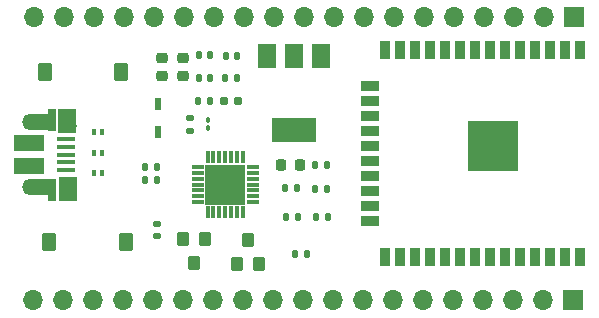
<source format=gbr>
%TF.GenerationSoftware,KiCad,Pcbnew,7.0.8*%
%TF.CreationDate,2023-12-18T21:49:31+05:30*%
%TF.ProjectId,ESP WROOM 32-Devkit V4,45535020-5752-44f4-9f4d-2033322d4465,rev?*%
%TF.SameCoordinates,Original*%
%TF.FileFunction,Soldermask,Top*%
%TF.FilePolarity,Negative*%
%FSLAX46Y46*%
G04 Gerber Fmt 4.6, Leading zero omitted, Abs format (unit mm)*
G04 Created by KiCad (PCBNEW 7.0.8) date 2023-12-18 21:49:31*
%MOMM*%
%LPD*%
G01*
G04 APERTURE LIST*
G04 Aperture macros list*
%AMRoundRect*
0 Rectangle with rounded corners*
0 $1 Rounding radius*
0 $2 $3 $4 $5 $6 $7 $8 $9 X,Y pos of 4 corners*
0 Add a 4 corners polygon primitive as box body*
4,1,4,$2,$3,$4,$5,$6,$7,$8,$9,$2,$3,0*
0 Add four circle primitives for the rounded corners*
1,1,$1+$1,$2,$3*
1,1,$1+$1,$4,$5*
1,1,$1+$1,$6,$7*
1,1,$1+$1,$8,$9*
0 Add four rect primitives between the rounded corners*
20,1,$1+$1,$2,$3,$4,$5,0*
20,1,$1+$1,$4,$5,$6,$7,0*
20,1,$1+$1,$6,$7,$8,$9,0*
20,1,$1+$1,$8,$9,$2,$3,0*%
G04 Aperture macros list end*
%ADD10RoundRect,0.135000X-0.135000X-0.185000X0.135000X-0.185000X0.135000X0.185000X-0.135000X0.185000X0*%
%ADD11RoundRect,0.140000X-0.140000X-0.170000X0.140000X-0.170000X0.140000X0.170000X-0.140000X0.170000X0*%
%ADD12RoundRect,0.135000X0.185000X-0.135000X0.185000X0.135000X-0.185000X0.135000X-0.185000X-0.135000X0*%
%ADD13RoundRect,0.102000X-0.450000X-0.700000X0.450000X-0.700000X0.450000X0.700000X-0.450000X0.700000X0*%
%ADD14R,1.500000X2.000000*%
%ADD15R,3.800000X2.000000*%
%ADD16RoundRect,0.135000X0.135000X0.185000X-0.135000X0.185000X-0.135000X-0.185000X0.135000X-0.185000X0*%
%ADD17RoundRect,0.155000X-0.212500X-0.155000X0.212500X-0.155000X0.212500X0.155000X-0.212500X0.155000X0*%
%ADD18RoundRect,0.225000X0.250000X-0.225000X0.250000X0.225000X-0.250000X0.225000X-0.250000X-0.225000X0*%
%ADD19RoundRect,0.102000X-0.400000X-0.450000X0.400000X-0.450000X0.400000X0.450000X-0.400000X0.450000X0*%
%ADD20R,0.350000X0.600000*%
%ADD21R,0.500000X1.075000*%
%ADD22RoundRect,0.225000X-0.250000X0.225000X-0.250000X-0.225000X0.250000X-0.225000X0.250000X0.225000X0*%
%ADD23R,0.900000X1.500000*%
%ADD24R,1.500000X0.900000*%
%ADD25C,0.600000*%
%ADD26R,4.200000X4.200000*%
%ADD27RoundRect,0.102000X0.400000X0.450000X-0.400000X0.450000X-0.400000X-0.450000X0.400000X-0.450000X0*%
%ADD28R,1.650000X0.400000*%
%ADD29R,0.700000X1.825000*%
%ADD30R,2.000000X1.350000*%
%ADD31O,1.700000X1.350000*%
%ADD32O,1.500000X1.100000*%
%ADD33R,2.500000X1.430000*%
%ADD34RoundRect,0.225000X0.225000X0.250000X-0.225000X0.250000X-0.225000X-0.250000X0.225000X-0.250000X0*%
%ADD35RoundRect,0.100000X0.100000X-0.130000X0.100000X0.130000X-0.100000X0.130000X-0.100000X-0.130000X0*%
%ADD36R,1.000000X0.300000*%
%ADD37R,0.300000X1.000000*%
%ADD38R,3.350000X3.350000*%
%ADD39R,1.700000X1.700000*%
%ADD40O,1.700000X1.700000*%
G04 APERTURE END LIST*
D10*
%TO.C,R2*%
X124760000Y-102220000D03*
X125780000Y-102220000D03*
%TD*%
D11*
%TO.C,C4*%
X114922000Y-94890800D03*
X115882000Y-94890800D03*
%TD*%
D12*
%TO.C,R1*%
X114150000Y-99300000D03*
X114150000Y-98280000D03*
%TD*%
D13*
%TO.C,S1*%
X101877500Y-94310000D03*
X108377500Y-94310000D03*
%TD*%
D14*
%TO.C,U4*%
X125272800Y-92964000D03*
X122972800Y-92964000D03*
D15*
X122972800Y-99264000D03*
D14*
X120672800Y-92964000D03*
%TD*%
D10*
%TO.C,R9*%
X122283200Y-106616800D03*
X123303200Y-106616800D03*
%TD*%
D16*
%TO.C,R7*%
X111370000Y-103470000D03*
X110350000Y-103470000D03*
%TD*%
D17*
%TO.C,C5*%
X117080000Y-96810000D03*
X118215000Y-96810000D03*
%TD*%
D18*
%TO.C,C2*%
X113610000Y-94675000D03*
X113610000Y-93125000D03*
%TD*%
D11*
%TO.C,C9*%
X114880400Y-96801600D03*
X115840400Y-96801600D03*
%TD*%
D19*
%TO.C,Q2*%
X118120000Y-110560000D03*
X120020000Y-110560000D03*
X119070000Y-108560000D03*
%TD*%
D20*
%TO.C,Z2*%
X106699600Y-102932600D03*
X106049600Y-102932600D03*
%TD*%
%TO.C,Z3*%
X106725000Y-99427400D03*
X106075000Y-99427400D03*
%TD*%
D21*
%TO.C,D3*%
X111502200Y-97068600D03*
X111502200Y-99392600D03*
%TD*%
D11*
%TO.C,C8*%
X117230800Y-93011200D03*
X118190800Y-93011200D03*
%TD*%
D10*
%TO.C,R3*%
X124760000Y-104210000D03*
X125780000Y-104210000D03*
%TD*%
D20*
%TO.C,Z1*%
X106710000Y-101180000D03*
X106060000Y-101180000D03*
%TD*%
D22*
%TO.C,C1*%
X111770000Y-93135000D03*
X111770000Y-94685000D03*
%TD*%
D10*
%TO.C,R8*%
X122253200Y-104206800D03*
X123273200Y-104206800D03*
%TD*%
D23*
%TO.C,U1*%
X147180000Y-92510000D03*
X145910000Y-92510000D03*
X144640000Y-92510000D03*
X143370000Y-92510000D03*
X142100000Y-92510000D03*
X140830000Y-92510000D03*
X139560000Y-92510000D03*
X138290000Y-92510000D03*
X137020000Y-92510000D03*
X135750000Y-92510000D03*
X134480000Y-92510000D03*
X133210000Y-92510000D03*
X131940000Y-92510000D03*
X130670000Y-92510000D03*
D24*
X129420000Y-95550000D03*
X129420000Y-96820000D03*
X129420000Y-98090000D03*
X129420000Y-99360000D03*
X129420000Y-100630000D03*
X129420000Y-101900000D03*
X129420000Y-103170000D03*
X129420000Y-104440000D03*
X129420000Y-105710000D03*
X129420000Y-106980000D03*
D23*
X130670000Y-110010000D03*
X131940000Y-110010000D03*
X133210000Y-110010000D03*
X134480000Y-110010000D03*
X135750000Y-110010000D03*
X137020000Y-110010000D03*
X138290000Y-110010000D03*
X139560000Y-110010000D03*
X140830000Y-110010000D03*
X142100000Y-110010000D03*
X143370000Y-110010000D03*
X144640000Y-110010000D03*
X145910000Y-110010000D03*
X147180000Y-110010000D03*
D25*
X140602500Y-99055000D03*
X139077500Y-99055000D03*
X141365000Y-99817500D03*
X139840000Y-99817500D03*
X138315000Y-99817500D03*
X140602500Y-100580000D03*
D26*
X139840000Y-100580000D03*
D25*
X139077500Y-100580000D03*
X141365000Y-101342500D03*
X139840000Y-101342500D03*
X138315000Y-101342500D03*
X140602500Y-102105000D03*
X139077500Y-102105000D03*
%TD*%
D11*
%TO.C,C3*%
X114922000Y-92920800D03*
X115882000Y-92920800D03*
%TD*%
D27*
%TO.C,Q1*%
X115490000Y-108525000D03*
X113590000Y-108525000D03*
X114540000Y-110525000D03*
%TD*%
D28*
%TO.C,J1*%
X103702500Y-100030000D03*
X103702500Y-100680000D03*
X103702500Y-101330000D03*
X103702500Y-101980000D03*
X103702500Y-102630000D03*
D29*
X102502500Y-98380000D03*
D14*
X103802500Y-98480000D03*
D30*
X101752500Y-98600000D03*
D31*
X100822500Y-98600000D03*
D32*
X103822500Y-98910000D03*
D33*
X100552500Y-100370000D03*
X100552500Y-102290000D03*
D32*
X103822500Y-103750000D03*
D31*
X100822500Y-104060000D03*
D30*
X101752500Y-104080000D03*
D14*
X103822500Y-104230000D03*
D29*
X102502500Y-104330000D03*
%TD*%
D13*
%TO.C,S2*%
X102220000Y-108750000D03*
X108720000Y-108750000D03*
%TD*%
D10*
%TO.C,R10*%
X124812800Y-106606400D03*
X125832800Y-106606400D03*
%TD*%
D12*
%TO.C,R4*%
X111360000Y-108220000D03*
X111360000Y-107200000D03*
%TD*%
D10*
%TO.C,R6*%
X110330000Y-102430000D03*
X111350000Y-102430000D03*
%TD*%
D34*
%TO.C,C7*%
X123458200Y-102176800D03*
X121908200Y-102176800D03*
%TD*%
D35*
%TO.C,D1*%
X115710000Y-99070000D03*
X115710000Y-98430000D03*
%TD*%
D10*
%TO.C,R5*%
X123061000Y-109778800D03*
X124081000Y-109778800D03*
%TD*%
D11*
%TO.C,C6*%
X117180000Y-94890000D03*
X118140000Y-94890000D03*
%TD*%
D36*
%TO.C,IC1*%
X114820000Y-102370000D03*
X114820000Y-102870000D03*
X114820000Y-103370000D03*
X114820000Y-103870000D03*
X114820000Y-104370000D03*
X114820000Y-104870000D03*
X114820000Y-105370000D03*
D37*
X115670000Y-106220000D03*
X116170000Y-106220000D03*
X116670000Y-106220000D03*
X117170000Y-106220000D03*
X117670000Y-106220000D03*
X118170000Y-106220000D03*
X118670000Y-106220000D03*
D36*
X119520000Y-105370000D03*
X119520000Y-104870000D03*
X119520000Y-104370000D03*
X119520000Y-103870000D03*
X119520000Y-103370000D03*
X119520000Y-102870000D03*
X119520000Y-102370000D03*
D37*
X118670000Y-101520000D03*
X118170000Y-101520000D03*
X117670000Y-101520000D03*
X117170000Y-101520000D03*
X116670000Y-101520000D03*
X116170000Y-101520000D03*
X115670000Y-101520000D03*
D38*
X117170000Y-103870000D03*
%TD*%
D39*
%TO.C,J2*%
X146660000Y-89710000D03*
D40*
X144120000Y-89710000D03*
X141580000Y-89710000D03*
X139040000Y-89710000D03*
X136500000Y-89710000D03*
X133960000Y-89710000D03*
X131420000Y-89710000D03*
X128880000Y-89710000D03*
X126340000Y-89710000D03*
X123800000Y-89710000D03*
X121260000Y-89710000D03*
X118720000Y-89710000D03*
X116180000Y-89710000D03*
X113640000Y-89710000D03*
X111100000Y-89710000D03*
X108560000Y-89710000D03*
X106020000Y-89710000D03*
X103480000Y-89710000D03*
X100940000Y-89710000D03*
%TD*%
D39*
%TO.C,J3*%
X146650000Y-113680000D03*
D40*
X144110000Y-113680000D03*
X141570000Y-113680000D03*
X139030000Y-113680000D03*
X136490000Y-113680000D03*
X133950000Y-113680000D03*
X131410000Y-113680000D03*
X128870000Y-113680000D03*
X126330000Y-113680000D03*
X123790000Y-113680000D03*
X121250000Y-113680000D03*
X118710000Y-113680000D03*
X116170000Y-113680000D03*
X113630000Y-113680000D03*
X111090000Y-113680000D03*
X108550000Y-113680000D03*
X106010000Y-113680000D03*
X103470000Y-113680000D03*
X100930000Y-113680000D03*
%TD*%
M02*

</source>
